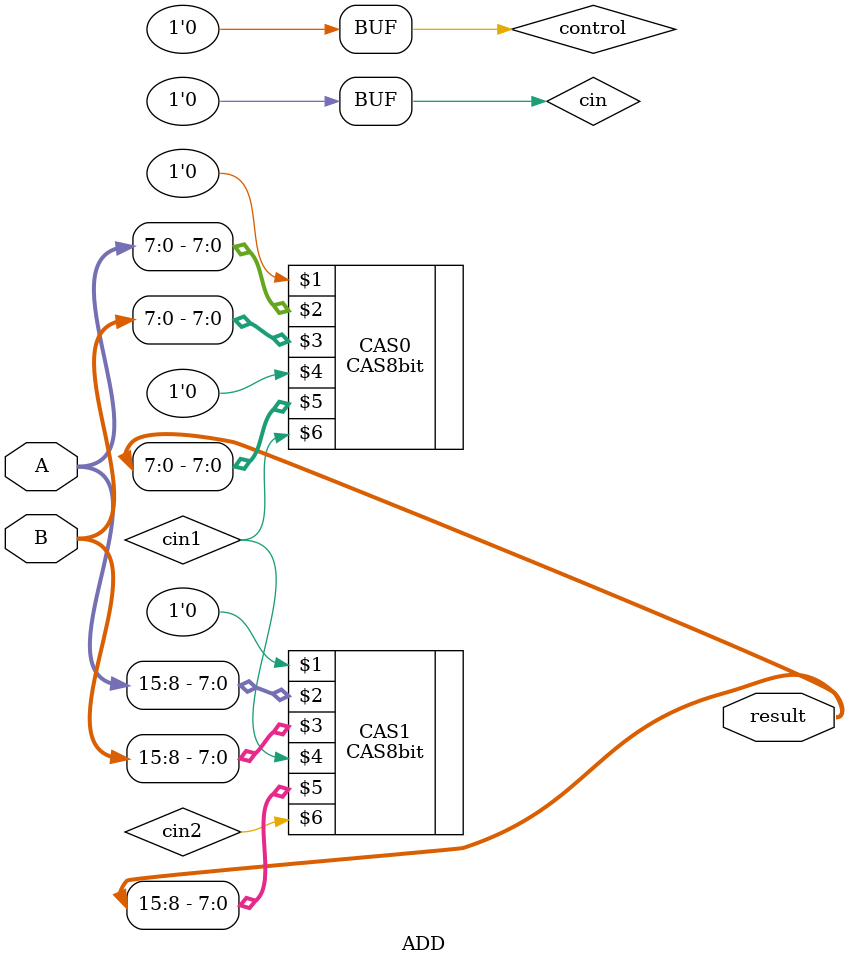
<source format=v>
module ADD(A, B, result);
	input[15:0]A;
	input [15:0]B;
   output [15:0] result;
	wire control, cin; 
   wire [15:0] cout;
   wire cin1, cin2, cin3, cin4, cin5, cin6, cin7, cin8, cin9;
   assign control = 1'b0;
   assign cin = 1'b0;

    CAS8bit CAS0 (control, A[7:0], B[7:0], cin, result[7:0], cin1);
    CAS8bit CAS1 (control, A[15:8], B[15:8], cin1, result[15:8], cin2);
endmodule
</source>
